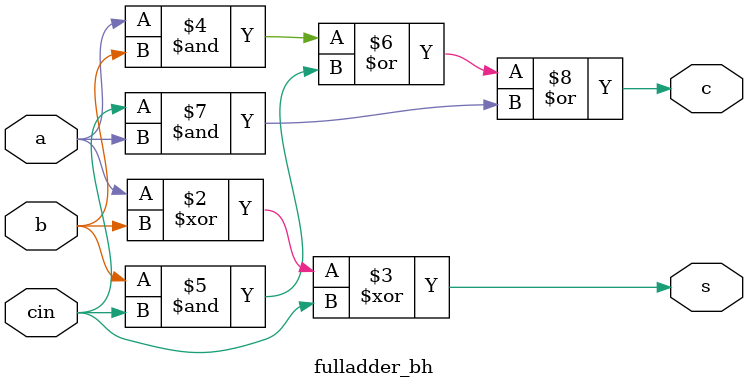
<source format=v>
`ifndef FULLADDER_BH
`define FULLADDER_BH

module fulladder_bh(s,c, a, b, cin);
    input a,b;
    input cin;
    output reg s, c;

    always@(*) begin
        s = a ^ b ^ cin;
        c = a & b | b & cin | cin & a;
    end
endmodule
`endif
</source>
